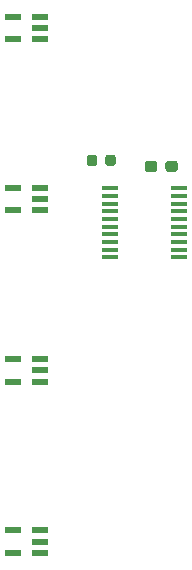
<source format=gtp>
%TF.GenerationSoftware,KiCad,Pcbnew,(5.1.6)-1*%
%TF.CreationDate,2020-11-23T19:09:10+09:00*%
%TF.ProjectId,HARP-Motor-Ctrl-Board,48415250-2d4d-46f7-946f-722d4374726c,rev?*%
%TF.SameCoordinates,Original*%
%TF.FileFunction,Paste,Top*%
%TF.FilePolarity,Positive*%
%FSLAX46Y46*%
G04 Gerber Fmt 4.6, Leading zero omitted, Abs format (unit mm)*
G04 Created by KiCad (PCBNEW (5.1.6)-1) date 2020-11-23 19:09:10*
%MOMM*%
%LPD*%
G01*
G04 APERTURE LIST*
%ADD10R,1.400000X0.600000*%
%ADD11R,1.475000X0.450000*%
G04 APERTURE END LIST*
%TO.C,C3*%
G36*
G01*
X88516000Y-78469500D02*
X88516000Y-77994500D01*
G75*
G02*
X88753500Y-77757000I237500J0D01*
G01*
X89328500Y-77757000D01*
G75*
G02*
X89566000Y-77994500I0J-237500D01*
G01*
X89566000Y-78469500D01*
G75*
G02*
X89328500Y-78707000I-237500J0D01*
G01*
X88753500Y-78707000D01*
G75*
G02*
X88516000Y-78469500I0J237500D01*
G01*
G37*
G36*
G01*
X90266000Y-78469500D02*
X90266000Y-77994500D01*
G75*
G02*
X90503500Y-77757000I237500J0D01*
G01*
X91078500Y-77757000D01*
G75*
G02*
X91316000Y-77994500I0J-237500D01*
G01*
X91316000Y-78469500D01*
G75*
G02*
X91078500Y-78707000I-237500J0D01*
G01*
X90503500Y-78707000D01*
G75*
G02*
X90266000Y-78469500I0J237500D01*
G01*
G37*
%TD*%
D10*
%TO.C,IC1*%
X79650000Y-67450000D03*
X79650000Y-66500000D03*
X79650000Y-65550000D03*
X77350000Y-65550000D03*
X77350000Y-67450000D03*
%TD*%
%TO.C,IC2*%
X79650000Y-96450000D03*
X79650000Y-95500000D03*
X79650000Y-94550000D03*
X77350000Y-94550000D03*
X77350000Y-96450000D03*
%TD*%
D11*
%TO.C,IC3*%
X85562000Y-80075000D03*
X85562000Y-80725000D03*
X85562000Y-81375000D03*
X85562000Y-82025000D03*
X85562000Y-82675000D03*
X85562000Y-83325000D03*
X85562000Y-83975000D03*
X85562000Y-84625000D03*
X85562000Y-85275000D03*
X85562000Y-85925000D03*
X91438000Y-85925000D03*
X91438000Y-85275000D03*
X91438000Y-84625000D03*
X91438000Y-83975000D03*
X91438000Y-83325000D03*
X91438000Y-82675000D03*
X91438000Y-82025000D03*
X91438000Y-81375000D03*
X91438000Y-80725000D03*
X91438000Y-80075000D03*
%TD*%
D10*
%TO.C,IC4*%
X77350000Y-81950000D03*
X77350000Y-80050000D03*
X79650000Y-80050000D03*
X79650000Y-81000000D03*
X79650000Y-81950000D03*
%TD*%
%TO.C,IC5*%
X77350000Y-110950000D03*
X77350000Y-109050000D03*
X79650000Y-109050000D03*
X79650000Y-110000000D03*
X79650000Y-110950000D03*
%TD*%
%TO.C,R1*%
G36*
G01*
X86061000Y-77467750D02*
X86061000Y-77980250D01*
G75*
G02*
X85842250Y-78199000I-218750J0D01*
G01*
X85404750Y-78199000D01*
G75*
G02*
X85186000Y-77980250I0J218750D01*
G01*
X85186000Y-77467750D01*
G75*
G02*
X85404750Y-77249000I218750J0D01*
G01*
X85842250Y-77249000D01*
G75*
G02*
X86061000Y-77467750I0J-218750D01*
G01*
G37*
G36*
G01*
X84486000Y-77467750D02*
X84486000Y-77980250D01*
G75*
G02*
X84267250Y-78199000I-218750J0D01*
G01*
X83829750Y-78199000D01*
G75*
G02*
X83611000Y-77980250I0J218750D01*
G01*
X83611000Y-77467750D01*
G75*
G02*
X83829750Y-77249000I218750J0D01*
G01*
X84267250Y-77249000D01*
G75*
G02*
X84486000Y-77467750I0J-218750D01*
G01*
G37*
%TD*%
M02*

</source>
